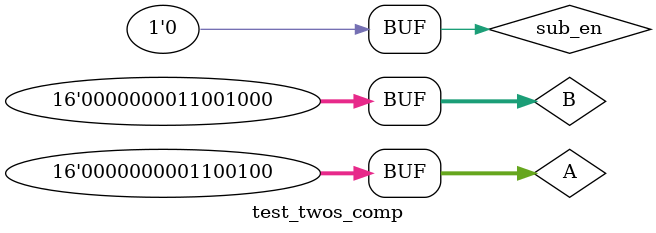
<source format=v>
`timescale 1ns / 1ps


module test_twos_comp;

	// Inputs
	reg [15:0] A;
	reg [15:0] B;
	reg sub_en;

	// Outputs
	wire [15:0] OUT;
	wire Cout;
	wire overflow;

	// Instantiate the Unit Under Test (UUT)
	twos_comp uut (
		.OUT(OUT), 
		.Cout(Cout), 
		.overflow(overflow), 
		.A(A), 
		.B(B), 
		.sub_en(sub_en)
	);

	initial begin
		// Initialize Inputs
		A = 4;
		B = 4;
		sub_en = 1;

		// Wait 100 ns for global reset to finish
		#100;
        
		// Add stimulus here
		#1; A = 100;
		#1; B = 200;
		#1; A = 16'b0111111111111111;
		#1; B = 1;
		#1; A = 16'b1000000000000000;
		#1; B = 16'b1000000000000000;
		#1; sub_en = 0;
		#1; B = 200;
		#1; A = 100;

	end
      
endmodule


</source>
